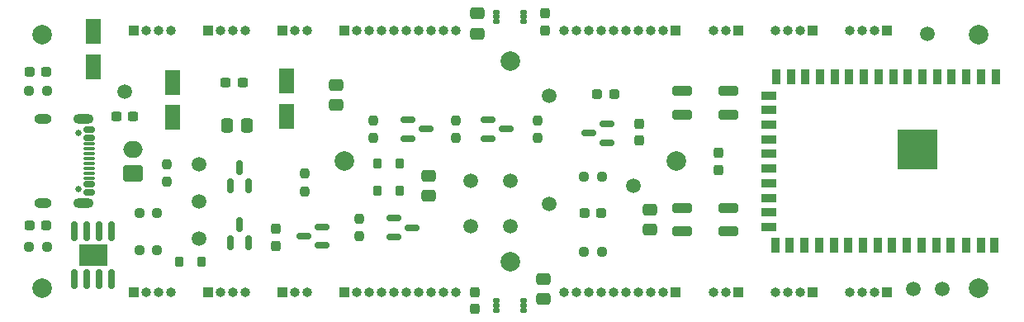
<source format=gbr>
%TF.GenerationSoftware,KiCad,Pcbnew,8.0.0*%
%TF.CreationDate,2024-12-15T19:06:57+00:00*%
%TF.ProjectId,main-board,6d61696e-2d62-46f6-9172-642e6b696361,rev?*%
%TF.SameCoordinates,Original*%
%TF.FileFunction,Soldermask,Top*%
%TF.FilePolarity,Negative*%
%FSLAX46Y46*%
G04 Gerber Fmt 4.6, Leading zero omitted, Abs format (unit mm)*
G04 Created by KiCad (PCBNEW 8.0.0) date 2024-12-15 19:06:57*
%MOMM*%
%LPD*%
G01*
G04 APERTURE LIST*
G04 Aperture macros list*
%AMRoundRect*
0 Rectangle with rounded corners*
0 $1 Rounding radius*
0 $2 $3 $4 $5 $6 $7 $8 $9 X,Y pos of 4 corners*
0 Add a 4 corners polygon primitive as box body*
4,1,4,$2,$3,$4,$5,$6,$7,$8,$9,$2,$3,0*
0 Add four circle primitives for the rounded corners*
1,1,$1+$1,$2,$3*
1,1,$1+$1,$4,$5*
1,1,$1+$1,$6,$7*
1,1,$1+$1,$8,$9*
0 Add four rect primitives between the rounded corners*
20,1,$1+$1,$2,$3,$4,$5,0*
20,1,$1+$1,$4,$5,$6,$7,0*
20,1,$1+$1,$6,$7,$8,$9,0*
20,1,$1+$1,$8,$9,$2,$3,0*%
G04 Aperture macros list end*
%ADD10R,1.000000X1.000000*%
%ADD11O,1.000000X1.000000*%
%ADD12C,2.000000*%
%ADD13RoundRect,0.250000X0.550000X-1.050000X0.550000X1.050000X-0.550000X1.050000X-0.550000X-1.050000X0*%
%ADD14RoundRect,0.250000X-0.475000X0.337500X-0.475000X-0.337500X0.475000X-0.337500X0.475000X0.337500X0*%
%ADD15RoundRect,0.150000X-0.587500X-0.150000X0.587500X-0.150000X0.587500X0.150000X-0.587500X0.150000X0*%
%ADD16RoundRect,0.150000X0.150000X-0.825000X0.150000X0.825000X-0.150000X0.825000X-0.150000X-0.825000X0*%
%ADD17R,3.000000X2.290000*%
%ADD18C,1.500000*%
%ADD19RoundRect,0.237500X0.237500X-0.250000X0.237500X0.250000X-0.237500X0.250000X-0.237500X-0.250000X0*%
%ADD20RoundRect,0.150000X0.150000X-0.587500X0.150000X0.587500X-0.150000X0.587500X-0.150000X-0.587500X0*%
%ADD21RoundRect,0.237500X-0.250000X-0.237500X0.250000X-0.237500X0.250000X0.237500X-0.250000X0.237500X0*%
%ADD22RoundRect,0.237500X0.237500X-0.287500X0.237500X0.287500X-0.237500X0.287500X-0.237500X-0.287500X0*%
%ADD23RoundRect,0.102000X0.275000X0.125000X-0.275000X0.125000X-0.275000X-0.125000X0.275000X-0.125000X0*%
%ADD24RoundRect,0.237500X0.300000X0.237500X-0.300000X0.237500X-0.300000X-0.237500X0.300000X-0.237500X0*%
%ADD25RoundRect,0.102000X-0.315000X-0.415000X0.315000X-0.415000X0.315000X0.415000X-0.315000X0.415000X0*%
%ADD26RoundRect,0.250000X0.475000X-0.337500X0.475000X0.337500X-0.475000X0.337500X-0.475000X-0.337500X0*%
%ADD27RoundRect,0.237500X-0.237500X0.300000X-0.237500X-0.300000X0.237500X-0.300000X0.237500X0.300000X0*%
%ADD28RoundRect,0.250000X0.337500X0.475000X-0.337500X0.475000X-0.337500X-0.475000X0.337500X-0.475000X0*%
%ADD29RoundRect,0.237500X0.237500X-0.300000X0.237500X0.300000X-0.237500X0.300000X-0.237500X-0.300000X0*%
%ADD30RoundRect,0.237500X0.287500X0.237500X-0.287500X0.237500X-0.287500X-0.237500X0.287500X-0.237500X0*%
%ADD31RoundRect,0.250000X-0.750000X-0.250000X0.750000X-0.250000X0.750000X0.250000X-0.750000X0.250000X0*%
%ADD32RoundRect,0.237500X-0.287500X-0.237500X0.287500X-0.237500X0.287500X0.237500X-0.287500X0.237500X0*%
%ADD33RoundRect,0.237500X-0.237500X0.250000X-0.237500X-0.250000X0.237500X-0.250000X0.237500X0.250000X0*%
%ADD34RoundRect,0.237500X-0.300000X-0.237500X0.300000X-0.237500X0.300000X0.237500X-0.300000X0.237500X0*%
%ADD35RoundRect,0.102000X0.315000X0.415000X-0.315000X0.415000X-0.315000X-0.415000X0.315000X-0.415000X0*%
%ADD36RoundRect,0.237500X0.250000X0.237500X-0.250000X0.237500X-0.250000X-0.237500X0.250000X-0.237500X0*%
%ADD37R,0.900000X1.500000*%
%ADD38R,1.500000X0.900000*%
%ADD39R,4.100000X4.100000*%
%ADD40C,0.650000*%
%ADD41RoundRect,0.150000X-0.425000X0.150000X-0.425000X-0.150000X0.425000X-0.150000X0.425000X0.150000X0*%
%ADD42RoundRect,0.075000X-0.500000X0.075000X-0.500000X-0.075000X0.500000X-0.075000X0.500000X0.075000X0*%
%ADD43O,2.100000X1.000000*%
%ADD44O,1.800000X1.000000*%
%ADD45RoundRect,0.150000X0.587500X0.150000X-0.587500X0.150000X-0.587500X-0.150000X0.587500X-0.150000X0*%
%ADD46RoundRect,0.102000X-0.275000X-0.125000X0.275000X-0.125000X0.275000X0.125000X-0.275000X0.125000X0*%
%ADD47RoundRect,0.250000X0.750000X-0.600000X0.750000X0.600000X-0.750000X0.600000X-0.750000X-0.600000X0*%
%ADD48O,2.000000X1.700000*%
G04 APERTURE END LIST*
D10*
%TO.C,SW_C1*%
X76650000Y-113400000D03*
D11*
X77920000Y-113400000D03*
X79190000Y-113400000D03*
%TD*%
D12*
%TO.C,H3*%
X100000000Y-89700000D03*
%TD*%
%TO.C,H8*%
X117000000Y-100000000D03*
%TD*%
D13*
%TO.C,C4*%
X77100000Y-95400000D03*
X77100000Y-91800000D03*
%TD*%
D12*
%TO.C,H1*%
X52000000Y-87000000D03*
%TD*%
D14*
%TO.C,C10*%
X96600000Y-84862500D03*
X96600000Y-86937500D03*
%TD*%
D15*
%TO.C,Q4*%
X88062500Y-105850000D03*
X88062500Y-107750000D03*
X89937500Y-106800000D03*
%TD*%
D16*
%TO.C,U6*%
X55345000Y-112105000D03*
X56615000Y-112105000D03*
X57885000Y-112105000D03*
X59155000Y-112105000D03*
X59155000Y-107155000D03*
X57885000Y-107155000D03*
X56615000Y-107155000D03*
X55345000Y-107155000D03*
D17*
X57250000Y-109630000D03*
%TD*%
D18*
%TO.C,B+*%
X68100000Y-100300000D03*
%TD*%
D12*
%TO.C,H5*%
X148000000Y-87000000D03*
%TD*%
D19*
%TO.C,R24*%
X84500000Y-107712500D03*
X84500000Y-105887500D03*
%TD*%
D20*
%TO.C,Q8*%
X71300000Y-102500000D03*
X73200000Y-102500000D03*
X72250000Y-100625000D03*
%TD*%
D10*
%TO.C,PWR1*%
X61400000Y-113400000D03*
D11*
X62670000Y-113400000D03*
X63940000Y-113400000D03*
X65210000Y-113400000D03*
%TD*%
D10*
%TO.C,DD1*%
X83005000Y-113400000D03*
D11*
X84275000Y-113400000D03*
X85545000Y-113400000D03*
X86815000Y-113400000D03*
X88085000Y-113400000D03*
X89355000Y-113400000D03*
X90625000Y-113400000D03*
X91895000Y-113400000D03*
X93165000Y-113400000D03*
X94435000Y-113400000D03*
%TD*%
D21*
%TO.C,R29*%
X61987500Y-109100000D03*
X63812500Y-109100000D03*
%TD*%
D22*
%TO.C,D3*%
X121377500Y-100875000D03*
X121377500Y-99125000D03*
%TD*%
D18*
%TO.C,VCC*%
X96000000Y-106700000D03*
%TD*%
D23*
%TO.C,U4*%
X101375000Y-85700000D03*
X101375000Y-85200000D03*
X101375000Y-84700000D03*
X98625000Y-84700000D03*
X98625000Y-85200000D03*
X98625000Y-85700000D03*
%TD*%
D21*
%TO.C,R4*%
X107587500Y-101600000D03*
X109412500Y-101600000D03*
%TD*%
D24*
%TO.C,R32*%
X72562500Y-91900000D03*
X70837500Y-91900000D03*
%TD*%
D12*
%TO.C,H6*%
X148000000Y-113000000D03*
%TD*%
D18*
%TO.C,GND*%
X68100000Y-107900000D03*
%TD*%
D25*
%TO.C,D2*%
X88650000Y-100200000D03*
X86350000Y-100200000D03*
%TD*%
D18*
%TO.C,LDO*%
X96000000Y-102000000D03*
%TD*%
D13*
%TO.C,C17*%
X65400000Y-95500000D03*
X65400000Y-91900000D03*
%TD*%
D26*
%TO.C,C11*%
X91600000Y-103537500D03*
X91600000Y-101462500D03*
%TD*%
D27*
%TO.C,R10*%
X113200000Y-96137500D03*
X113200000Y-97862500D03*
%TD*%
D10*
%TO.C,CA3*%
X69025000Y-86600000D03*
D11*
X70295000Y-86600000D03*
X71565000Y-86600000D03*
X72835000Y-86600000D03*
%TD*%
D18*
%TO.C,VCC*%
X100000000Y-106700000D03*
%TD*%
D28*
%TO.C,C13*%
X73037500Y-96300000D03*
X70962500Y-96300000D03*
%TD*%
D18*
%TO.C,GND*%
X112600000Y-102500000D03*
%TD*%
D15*
%TO.C,Q1*%
X97725000Y-95750000D03*
X97725000Y-97650000D03*
X99600000Y-96700000D03*
%TD*%
D18*
%TO.C,TX*%
X144300000Y-113100000D03*
%TD*%
D27*
%TO.C,R23*%
X96400000Y-113437500D03*
X96400000Y-115162500D03*
%TD*%
D29*
%TO.C,R20*%
X103600000Y-86562500D03*
X103600000Y-84837500D03*
%TD*%
D18*
%TO.C,2.5V*%
X104000000Y-93300000D03*
%TD*%
D29*
%TO.C,R33*%
X76000000Y-108662500D03*
X76000000Y-106937500D03*
%TD*%
D18*
%TO.C,1V*%
X142800000Y-86900000D03*
%TD*%
D30*
%TO.C,D4*%
X109375000Y-105300000D03*
X107625000Y-105300000D03*
%TD*%
D31*
%TO.C,BOOT*%
X117650000Y-92800000D03*
X122350000Y-92800000D03*
X117650000Y-95200000D03*
X122350000Y-95200000D03*
%TD*%
D10*
%TO.C,SW_C2*%
X123350000Y-113400000D03*
D11*
X122080000Y-113400000D03*
X120810000Y-113400000D03*
%TD*%
D13*
%TO.C,C15*%
X57300000Y-90300000D03*
X57300000Y-86700000D03*
%TD*%
D19*
%TO.C,R28*%
X86000000Y-97612500D03*
X86000000Y-95787500D03*
%TD*%
D10*
%TO.C,CA1*%
X69025000Y-113400000D03*
D11*
X70295000Y-113400000D03*
X71565000Y-113400000D03*
X72835000Y-113400000D03*
%TD*%
D14*
%TO.C,C5*%
X82200000Y-92162500D03*
X82200000Y-94237500D03*
%TD*%
D12*
%TO.C,H4*%
X100000000Y-110300000D03*
%TD*%
D21*
%TO.C,R27*%
X50687500Y-108800000D03*
X52512500Y-108800000D03*
%TD*%
D18*
%TO.C,B-*%
X68100000Y-104100000D03*
%TD*%
D15*
%TO.C,Q5*%
X89525000Y-95750000D03*
X89525000Y-97650000D03*
X91400000Y-96700000D03*
%TD*%
D10*
%TO.C,DD4*%
X116995000Y-86600000D03*
D11*
X115725000Y-86600000D03*
X114455000Y-86600000D03*
X113185000Y-86600000D03*
X111915000Y-86600000D03*
X110645000Y-86600000D03*
X109375000Y-86600000D03*
X108105000Y-86600000D03*
X106835000Y-86600000D03*
X105565000Y-86600000D03*
%TD*%
D26*
%TO.C,C2*%
X114300000Y-107037500D03*
X114300000Y-104962500D03*
%TD*%
D18*
%TO.C,LDO*%
X100000000Y-102000000D03*
%TD*%
D32*
%TO.C,D5*%
X108925000Y-93100000D03*
X110675000Y-93100000D03*
%TD*%
D21*
%TO.C,R26*%
X50687500Y-92800000D03*
X52512500Y-92800000D03*
%TD*%
D10*
%TO.C,DD2*%
X116995000Y-113400000D03*
D11*
X115725000Y-113400000D03*
X114455000Y-113400000D03*
X113185000Y-113400000D03*
X111915000Y-113400000D03*
X110645000Y-113400000D03*
X109375000Y-113400000D03*
X108105000Y-113400000D03*
X106835000Y-113400000D03*
X105565000Y-113400000D03*
%TD*%
D18*
%TO.C,RX*%
X141300000Y-113100000D03*
%TD*%
D33*
%TO.C,R3*%
X102800000Y-95787500D03*
X102800000Y-97612500D03*
%TD*%
D32*
%TO.C,D7*%
X50725000Y-106600000D03*
X52475000Y-106600000D03*
%TD*%
D10*
%TO.C,SW_C4*%
X123350000Y-86600000D03*
D11*
X122080000Y-86600000D03*
X120810000Y-86600000D03*
%TD*%
D10*
%TO.C,PWR2*%
X138600000Y-113400000D03*
D11*
X137330000Y-113400000D03*
X136060000Y-113400000D03*
X134790000Y-113400000D03*
%TD*%
D20*
%TO.C,Q9*%
X71300000Y-108400000D03*
X73200000Y-108400000D03*
X72250000Y-106525000D03*
%TD*%
D33*
%TO.C,R25*%
X78900000Y-101287500D03*
X78900000Y-103112500D03*
%TD*%
D12*
%TO.C,H7*%
X83000000Y-100000000D03*
%TD*%
D10*
%TO.C,CA4*%
X130975000Y-86600000D03*
D11*
X129705000Y-86600000D03*
X128435000Y-86600000D03*
X127165000Y-86600000D03*
%TD*%
D34*
%TO.C,C14*%
X59637500Y-95400000D03*
X61362500Y-95400000D03*
%TD*%
D25*
%TO.C,D1*%
X88650000Y-103000000D03*
X86350000Y-103000000D03*
%TD*%
D12*
%TO.C,H2*%
X52000000Y-113000000D03*
%TD*%
D31*
%TO.C,RST*%
X117650000Y-104800000D03*
X122350000Y-104800000D03*
X117650000Y-107200000D03*
X122350000Y-107200000D03*
%TD*%
D35*
%TO.C,D11*%
X66050000Y-110300000D03*
X68350000Y-110300000D03*
%TD*%
D10*
%TO.C,SW_C3*%
X76650000Y-86600000D03*
D11*
X77920000Y-86600000D03*
X79190000Y-86600000D03*
%TD*%
D33*
%TO.C,R31*%
X64800000Y-100287500D03*
X64800000Y-102112500D03*
%TD*%
D36*
%TO.C,R15*%
X109412500Y-109300000D03*
X107587500Y-109300000D03*
%TD*%
D10*
%TO.C,PWR4*%
X138600000Y-86600000D03*
D11*
X137330000Y-86600000D03*
X136060000Y-86600000D03*
X134790000Y-86600000D03*
%TD*%
D37*
%TO.C,U2*%
X149775000Y-91375000D03*
X148275000Y-91375000D03*
X146775000Y-91375000D03*
X145275000Y-91375000D03*
X143775000Y-91375000D03*
X142275000Y-91375000D03*
X140775000Y-91375000D03*
X139275000Y-91375000D03*
X137775000Y-91375000D03*
X136275000Y-91375000D03*
X134775000Y-91375000D03*
X133275000Y-91375000D03*
X131775000Y-91375000D03*
X130275000Y-91375000D03*
X128775000Y-91375000D03*
X127275000Y-91375000D03*
D38*
X126525000Y-93250000D03*
X126525000Y-94750000D03*
X126525000Y-96250000D03*
X126525000Y-97750000D03*
X126525000Y-99250000D03*
X126525000Y-100750000D03*
X126525000Y-102250000D03*
X126525000Y-103750000D03*
X126525000Y-105250000D03*
X126525000Y-106750000D03*
D37*
X127175000Y-108625000D03*
X128675000Y-108625000D03*
X130175000Y-108625000D03*
X131675000Y-108625000D03*
X133175000Y-108625000D03*
X134675000Y-108625000D03*
X136175000Y-108625000D03*
X137675000Y-108625000D03*
X139175000Y-108625000D03*
X140675000Y-108625000D03*
X142175000Y-108625000D03*
X143675000Y-108625000D03*
X145175000Y-108625000D03*
X146775000Y-108625000D03*
X148275000Y-108625000D03*
X149675000Y-108625000D03*
D39*
X141735000Y-98810000D03*
%TD*%
D18*
%TO.C,GND*%
X104000000Y-104350000D03*
%TD*%
D10*
%TO.C,PWR3*%
X61400000Y-86600000D03*
D11*
X62670000Y-86600000D03*
X63940000Y-86600000D03*
X65210000Y-86600000D03*
%TD*%
D40*
%TO.C,J1*%
X55780000Y-97090000D03*
X55780000Y-102870000D03*
D41*
X56855000Y-96780000D03*
X56855000Y-97580000D03*
D42*
X56855000Y-98730000D03*
X56855000Y-99730000D03*
X56855000Y-100230000D03*
X56855000Y-101230000D03*
D41*
X56855000Y-102380000D03*
X56855000Y-103180000D03*
X56855000Y-103180000D03*
X56855000Y-102380000D03*
D42*
X56855000Y-101730000D03*
X56855000Y-100730000D03*
X56855000Y-99230000D03*
X56855000Y-98230000D03*
D41*
X56855000Y-97580000D03*
X56855000Y-96780000D03*
D43*
X56280000Y-95660000D03*
D44*
X52100000Y-95660000D03*
D43*
X56280000Y-104300000D03*
D44*
X52100000Y-104300000D03*
%TD*%
D14*
%TO.C,C9*%
X103400000Y-112062500D03*
X103400000Y-114137500D03*
%TD*%
D45*
%TO.C,Q3*%
X80700000Y-108650000D03*
X80700000Y-106750000D03*
X78825000Y-107700000D03*
%TD*%
%TO.C,U1*%
X109900000Y-98075000D03*
X109900000Y-96175000D03*
X108025000Y-97125000D03*
%TD*%
D18*
%TO.C,5V*%
X60500000Y-92900000D03*
%TD*%
D10*
%TO.C,DD3*%
X83005000Y-86600000D03*
D11*
X84275000Y-86600000D03*
X85545000Y-86600000D03*
X86815000Y-86600000D03*
X88085000Y-86600000D03*
X89355000Y-86600000D03*
X90625000Y-86600000D03*
X91895000Y-86600000D03*
X93165000Y-86600000D03*
X94435000Y-86600000D03*
%TD*%
D46*
%TO.C,U3*%
X98625000Y-114300000D03*
X98625000Y-114800000D03*
X98625000Y-115300000D03*
X101375000Y-115300000D03*
X101375000Y-114800000D03*
X101375000Y-114300000D03*
%TD*%
D10*
%TO.C,CA2*%
X130975000Y-113400000D03*
D11*
X129705000Y-113400000D03*
X128435000Y-113400000D03*
X127165000Y-113400000D03*
%TD*%
D19*
%TO.C,R6*%
X94400000Y-97612500D03*
X94400000Y-95787500D03*
%TD*%
D36*
%TO.C,R35*%
X63812500Y-105300000D03*
X61987500Y-105300000D03*
%TD*%
D32*
%TO.C,D6*%
X50725000Y-90800000D03*
X52475000Y-90800000D03*
%TD*%
D47*
%TO.C,BAT1*%
X61350000Y-101250000D03*
D48*
X61350000Y-98750000D03*
%TD*%
M02*

</source>
